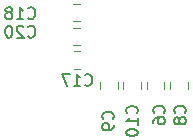
<source format=gbr>
%TF.GenerationSoftware,KiCad,Pcbnew,6.0.4-6f826c9f35~116~ubuntu20.04.1*%
%TF.CreationDate,2022-04-23T06:33:51+07:00*%
%TF.ProjectId,CH569Board,43483536-3942-46f6-9172-642e6b696361,rev?*%
%TF.SameCoordinates,Original*%
%TF.FileFunction,Legend,Bot*%
%TF.FilePolarity,Positive*%
%FSLAX46Y46*%
G04 Gerber Fmt 4.6, Leading zero omitted, Abs format (unit mm)*
G04 Created by KiCad (PCBNEW 6.0.4-6f826c9f35~116~ubuntu20.04.1) date 2022-04-23 06:33:51*
%MOMM*%
%LPD*%
G01*
G04 APERTURE LIST*
%ADD10C,0.150000*%
%ADD11C,0.120000*%
G04 APERTURE END LIST*
D10*
%TO.C,C6*%
X127103142Y-111085333D02*
X127150761Y-111037714D01*
X127198380Y-110894857D01*
X127198380Y-110799619D01*
X127150761Y-110656761D01*
X127055523Y-110561523D01*
X126960285Y-110513904D01*
X126769809Y-110466285D01*
X126626952Y-110466285D01*
X126436476Y-110513904D01*
X126341238Y-110561523D01*
X126246000Y-110656761D01*
X126198380Y-110799619D01*
X126198380Y-110894857D01*
X126246000Y-111037714D01*
X126293619Y-111085333D01*
X126198380Y-111942476D02*
X126198380Y-111752000D01*
X126246000Y-111656761D01*
X126293619Y-111609142D01*
X126436476Y-111513904D01*
X126626952Y-111466285D01*
X127007904Y-111466285D01*
X127103142Y-111513904D01*
X127150761Y-111561523D01*
X127198380Y-111656761D01*
X127198380Y-111847238D01*
X127150761Y-111942476D01*
X127103142Y-111990095D01*
X127007904Y-112037714D01*
X126769809Y-112037714D01*
X126674571Y-111990095D01*
X126626952Y-111942476D01*
X126579333Y-111847238D01*
X126579333Y-111656761D01*
X126626952Y-111561523D01*
X126674571Y-111513904D01*
X126769809Y-111466285D01*
%TO.C,C8*%
X128881142Y-111085333D02*
X128928761Y-111037714D01*
X128976380Y-110894857D01*
X128976380Y-110799619D01*
X128928761Y-110656761D01*
X128833523Y-110561523D01*
X128738285Y-110513904D01*
X128547809Y-110466285D01*
X128404952Y-110466285D01*
X128214476Y-110513904D01*
X128119238Y-110561523D01*
X128024000Y-110656761D01*
X127976380Y-110799619D01*
X127976380Y-110894857D01*
X128024000Y-111037714D01*
X128071619Y-111085333D01*
X128404952Y-111656761D02*
X128357333Y-111561523D01*
X128309714Y-111513904D01*
X128214476Y-111466285D01*
X128166857Y-111466285D01*
X128071619Y-111513904D01*
X128024000Y-111561523D01*
X127976380Y-111656761D01*
X127976380Y-111847238D01*
X128024000Y-111942476D01*
X128071619Y-111990095D01*
X128166857Y-112037714D01*
X128214476Y-112037714D01*
X128309714Y-111990095D01*
X128357333Y-111942476D01*
X128404952Y-111847238D01*
X128404952Y-111656761D01*
X128452571Y-111561523D01*
X128500190Y-111513904D01*
X128595428Y-111466285D01*
X128785904Y-111466285D01*
X128881142Y-111513904D01*
X128928761Y-111561523D01*
X128976380Y-111656761D01*
X128976380Y-111847238D01*
X128928761Y-111942476D01*
X128881142Y-111990095D01*
X128785904Y-112037714D01*
X128595428Y-112037714D01*
X128500190Y-111990095D01*
X128452571Y-111942476D01*
X128404952Y-111847238D01*
%TO.C,C18*%
X115612857Y-103047142D02*
X115660476Y-103094761D01*
X115803333Y-103142380D01*
X115898571Y-103142380D01*
X116041428Y-103094761D01*
X116136666Y-102999523D01*
X116184285Y-102904285D01*
X116231904Y-102713809D01*
X116231904Y-102570952D01*
X116184285Y-102380476D01*
X116136666Y-102285238D01*
X116041428Y-102190000D01*
X115898571Y-102142380D01*
X115803333Y-102142380D01*
X115660476Y-102190000D01*
X115612857Y-102237619D01*
X114660476Y-103142380D02*
X115231904Y-103142380D01*
X114946190Y-103142380D02*
X114946190Y-102142380D01*
X115041428Y-102285238D01*
X115136666Y-102380476D01*
X115231904Y-102428095D01*
X114089047Y-102570952D02*
X114184285Y-102523333D01*
X114231904Y-102475714D01*
X114279523Y-102380476D01*
X114279523Y-102332857D01*
X114231904Y-102237619D01*
X114184285Y-102190000D01*
X114089047Y-102142380D01*
X113898571Y-102142380D01*
X113803333Y-102190000D01*
X113755714Y-102237619D01*
X113708095Y-102332857D01*
X113708095Y-102380476D01*
X113755714Y-102475714D01*
X113803333Y-102523333D01*
X113898571Y-102570952D01*
X114089047Y-102570952D01*
X114184285Y-102618571D01*
X114231904Y-102666190D01*
X114279523Y-102761428D01*
X114279523Y-102951904D01*
X114231904Y-103047142D01*
X114184285Y-103094761D01*
X114089047Y-103142380D01*
X113898571Y-103142380D01*
X113803333Y-103094761D01*
X113755714Y-103047142D01*
X113708095Y-102951904D01*
X113708095Y-102761428D01*
X113755714Y-102666190D01*
X113803333Y-102618571D01*
X113898571Y-102570952D01*
%TO.C,C10*%
X124817142Y-111117142D02*
X124864761Y-111069523D01*
X124912380Y-110926666D01*
X124912380Y-110831428D01*
X124864761Y-110688571D01*
X124769523Y-110593333D01*
X124674285Y-110545714D01*
X124483809Y-110498095D01*
X124340952Y-110498095D01*
X124150476Y-110545714D01*
X124055238Y-110593333D01*
X123960000Y-110688571D01*
X123912380Y-110831428D01*
X123912380Y-110926666D01*
X123960000Y-111069523D01*
X124007619Y-111117142D01*
X124912380Y-112069523D02*
X124912380Y-111498095D01*
X124912380Y-111783809D02*
X123912380Y-111783809D01*
X124055238Y-111688571D01*
X124150476Y-111593333D01*
X124198095Y-111498095D01*
X123912380Y-112688571D02*
X123912380Y-112783809D01*
X123960000Y-112879047D01*
X124007619Y-112926666D01*
X124102857Y-112974285D01*
X124293333Y-113021904D01*
X124531428Y-113021904D01*
X124721904Y-112974285D01*
X124817142Y-112926666D01*
X124864761Y-112879047D01*
X124912380Y-112783809D01*
X124912380Y-112688571D01*
X124864761Y-112593333D01*
X124817142Y-112545714D01*
X124721904Y-112498095D01*
X124531428Y-112450476D01*
X124293333Y-112450476D01*
X124102857Y-112498095D01*
X124007619Y-112545714D01*
X123960000Y-112593333D01*
X123912380Y-112688571D01*
%TO.C,C17*%
X120422857Y-108707142D02*
X120470476Y-108754761D01*
X120613333Y-108802380D01*
X120708571Y-108802380D01*
X120851428Y-108754761D01*
X120946666Y-108659523D01*
X120994285Y-108564285D01*
X121041904Y-108373809D01*
X121041904Y-108230952D01*
X120994285Y-108040476D01*
X120946666Y-107945238D01*
X120851428Y-107850000D01*
X120708571Y-107802380D01*
X120613333Y-107802380D01*
X120470476Y-107850000D01*
X120422857Y-107897619D01*
X119470476Y-108802380D02*
X120041904Y-108802380D01*
X119756190Y-108802380D02*
X119756190Y-107802380D01*
X119851428Y-107945238D01*
X119946666Y-108040476D01*
X120041904Y-108088095D01*
X119137142Y-107802380D02*
X118470476Y-107802380D01*
X118899047Y-108802380D01*
%TO.C,C9*%
X122785142Y-111593333D02*
X122832761Y-111545714D01*
X122880380Y-111402857D01*
X122880380Y-111307619D01*
X122832761Y-111164761D01*
X122737523Y-111069523D01*
X122642285Y-111021904D01*
X122451809Y-110974285D01*
X122308952Y-110974285D01*
X122118476Y-111021904D01*
X122023238Y-111069523D01*
X121928000Y-111164761D01*
X121880380Y-111307619D01*
X121880380Y-111402857D01*
X121928000Y-111545714D01*
X121975619Y-111593333D01*
X122880380Y-112069523D02*
X122880380Y-112260000D01*
X122832761Y-112355238D01*
X122785142Y-112402857D01*
X122642285Y-112498095D01*
X122451809Y-112545714D01*
X122070857Y-112545714D01*
X121975619Y-112498095D01*
X121928000Y-112450476D01*
X121880380Y-112355238D01*
X121880380Y-112164761D01*
X121928000Y-112069523D01*
X121975619Y-112021904D01*
X122070857Y-111974285D01*
X122308952Y-111974285D01*
X122404190Y-112021904D01*
X122451809Y-112069523D01*
X122499428Y-112164761D01*
X122499428Y-112355238D01*
X122451809Y-112450476D01*
X122404190Y-112498095D01*
X122308952Y-112545714D01*
%TO.C,C20*%
X115612857Y-104607142D02*
X115660476Y-104654761D01*
X115803333Y-104702380D01*
X115898571Y-104702380D01*
X116041428Y-104654761D01*
X116136666Y-104559523D01*
X116184285Y-104464285D01*
X116231904Y-104273809D01*
X116231904Y-104130952D01*
X116184285Y-103940476D01*
X116136666Y-103845238D01*
X116041428Y-103750000D01*
X115898571Y-103702380D01*
X115803333Y-103702380D01*
X115660476Y-103750000D01*
X115612857Y-103797619D01*
X115231904Y-103797619D02*
X115184285Y-103750000D01*
X115089047Y-103702380D01*
X114850952Y-103702380D01*
X114755714Y-103750000D01*
X114708095Y-103797619D01*
X114660476Y-103892857D01*
X114660476Y-103988095D01*
X114708095Y-104130952D01*
X115279523Y-104702380D01*
X114660476Y-104702380D01*
X114041428Y-103702380D02*
X113946190Y-103702380D01*
X113850952Y-103750000D01*
X113803333Y-103797619D01*
X113755714Y-103892857D01*
X113708095Y-104083333D01*
X113708095Y-104321428D01*
X113755714Y-104511904D01*
X113803333Y-104607142D01*
X113850952Y-104654761D01*
X113946190Y-104702380D01*
X114041428Y-104702380D01*
X114136666Y-104654761D01*
X114184285Y-104607142D01*
X114231904Y-104511904D01*
X114279523Y-104321428D01*
X114279523Y-104083333D01*
X114231904Y-103892857D01*
X114184285Y-103797619D01*
X114136666Y-103750000D01*
X114041428Y-103702380D01*
D11*
%TO.C,C6*%
X125675000Y-108508748D02*
X125675000Y-109031252D01*
X127145000Y-108508748D02*
X127145000Y-109031252D01*
%TO.C,C8*%
X127665000Y-108508748D02*
X127665000Y-109031252D01*
X129135000Y-108508748D02*
X129135000Y-109031252D01*
%TO.C,C18*%
X119981252Y-103315000D02*
X119458748Y-103315000D01*
X119981252Y-101845000D02*
X119458748Y-101845000D01*
%TO.C,C10*%
X125165000Y-108508748D02*
X125165000Y-109031252D01*
X123695000Y-108508748D02*
X123695000Y-109031252D01*
%TO.C,C17*%
X119991252Y-107355000D02*
X119468748Y-107355000D01*
X119991252Y-105885000D02*
X119468748Y-105885000D01*
%TO.C,C9*%
X123195000Y-108498748D02*
X123195000Y-109021252D01*
X121725000Y-108498748D02*
X121725000Y-109021252D01*
%TO.C,C20*%
X119981252Y-105335000D02*
X119458748Y-105335000D01*
X119981252Y-103865000D02*
X119458748Y-103865000D01*
%TD*%
M02*

</source>
